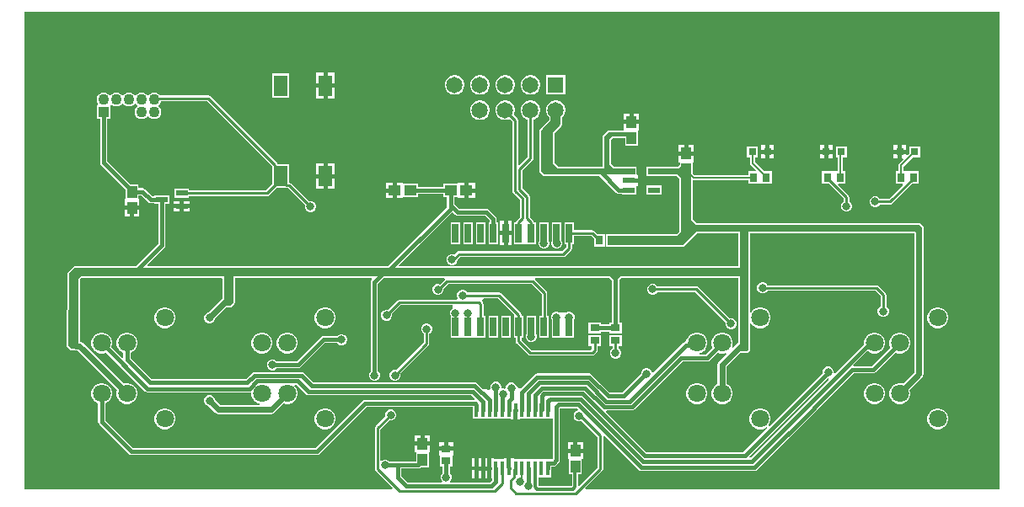
<source format=gtl>
G04*
G04 #@! TF.GenerationSoftware,Altium Limited,Altium Designer,21.9.1 (22)*
G04*
G04 Layer_Physical_Order=1*
G04 Layer_Color=255*
%FSLAX25Y25*%
%MOIN*%
G70*
G04*
G04 #@! TF.SameCoordinates,0F29A8BA-E8F9-4293-BDD9-90E20D7A2386*
G04*
G04*
G04 #@! TF.FilePolarity,Positive*
G04*
G01*
G75*
%ADD13C,0.01000*%
%ADD14R,0.02559X0.07579*%
%ADD15R,0.03985X0.04758*%
%ADD16R,0.04528X0.02165*%
%ADD17R,0.03150X0.03150*%
%ADD18R,0.01772X0.05807*%
%ADD19R,0.03740X0.03150*%
%ADD20R,0.03150X0.03740*%
%ADD21R,0.04724X0.02362*%
%ADD22R,0.04758X0.03985*%
%ADD23R,0.05512X0.08268*%
%ADD37C,0.02362*%
%ADD38C,0.01575*%
%ADD39C,0.03937*%
%ADD40C,0.01772*%
%ADD41C,0.01181*%
%ADD42C,0.00800*%
%ADD43C,0.07087*%
%ADD44R,0.06496X0.06496*%
%ADD45C,0.06496*%
%ADD46R,0.04331X0.04331*%
%ADD47C,0.04331*%
%ADD48C,0.03150*%
G36*
X389764Y3937D02*
X225862D01*
X225670Y4399D01*
X232486Y11215D01*
X232486Y11215D01*
X232729Y11579D01*
X232815Y12008D01*
X232815Y12008D01*
Y24911D01*
X233300Y25132D01*
X246933Y11500D01*
X247392Y11193D01*
X247933Y11085D01*
X292717D01*
X293258Y11193D01*
X293717Y11500D01*
X296965Y14748D01*
X296965Y14748D01*
X317240Y35023D01*
X317439Y35320D01*
X331885Y49766D01*
X339528D01*
X340069Y49874D01*
X340528Y50181D01*
X348393Y58046D01*
X348558Y57950D01*
X349612Y57668D01*
X350703D01*
X351757Y57950D01*
X352701Y58496D01*
X353473Y59267D01*
X354018Y60212D01*
X354301Y61265D01*
Y62357D01*
X354018Y63410D01*
X353473Y64355D01*
X352701Y65127D01*
X351757Y65672D01*
X350703Y65954D01*
X349612D01*
X348558Y65672D01*
X347613Y65127D01*
X346842Y64355D01*
X346297Y63410D01*
X346014Y62357D01*
Y61265D01*
X346297Y60212D01*
X346392Y60046D01*
X338942Y52596D01*
X331977D01*
X331769Y53096D01*
X337391Y58718D01*
X337613Y58496D01*
X338558Y57950D01*
X339612Y57668D01*
X340703D01*
X341757Y57950D01*
X342702Y58496D01*
X343473Y59267D01*
X344018Y60212D01*
X344301Y61265D01*
Y62357D01*
X344018Y63410D01*
X343473Y64355D01*
X342702Y65127D01*
X341757Y65672D01*
X340703Y65954D01*
X339612D01*
X338558Y65672D01*
X337613Y65127D01*
X336842Y64355D01*
X336297Y63410D01*
X336014Y62357D01*
Y61342D01*
X324471Y49799D01*
X323971Y50006D01*
Y50655D01*
X323640Y51454D01*
X323028Y52066D01*
X322229Y52397D01*
X321364D01*
X320565Y52066D01*
X319953Y51454D01*
X319622Y50655D01*
Y49969D01*
X298607Y28954D01*
X298237Y29267D01*
X298782Y30212D01*
X299065Y31266D01*
Y32357D01*
X298782Y33410D01*
X298237Y34355D01*
X297465Y35127D01*
X296520Y35672D01*
X295467Y35954D01*
X294376D01*
X293322Y35672D01*
X292377Y35127D01*
X291606Y34355D01*
X291060Y33410D01*
X290778Y32357D01*
Y31266D01*
X291060Y30212D01*
X291606Y29267D01*
X292377Y28496D01*
X293322Y27950D01*
X294376Y27668D01*
X295467D01*
X296520Y27950D01*
X297465Y28496D01*
X297778Y28125D01*
X288212Y18560D01*
X250026D01*
X233946Y34639D01*
X234137Y35101D01*
X244174D01*
X244716Y35209D01*
X245175Y35515D01*
X264150Y54491D01*
X274016D01*
X274557Y54599D01*
X275016Y54905D01*
X278156Y58046D01*
X278322Y57950D01*
X279376Y57668D01*
X280467D01*
X281419Y57923D01*
X281660Y57631D01*
X281713Y57509D01*
X278637Y54434D01*
X278243Y53845D01*
X278105Y53150D01*
Y45547D01*
X277377Y45127D01*
X276606Y44355D01*
X276060Y43410D01*
X275778Y42357D01*
Y41265D01*
X276060Y40212D01*
X276606Y39267D01*
X277377Y38496D01*
X278322Y37950D01*
X279376Y37668D01*
X280467D01*
X281521Y37950D01*
X282465Y38496D01*
X283237Y39267D01*
X283782Y40212D01*
X284065Y41265D01*
Y42357D01*
X283782Y43410D01*
X283237Y44355D01*
X282465Y45127D01*
X281737Y45547D01*
Y52397D01*
X287161Y57821D01*
X289742Y57821D01*
X290202Y58012D01*
X290712Y58522D01*
X290902Y58981D01*
Y69485D01*
X291403Y69619D01*
X291606Y69267D01*
X292377Y68496D01*
X293322Y67950D01*
X294376Y67668D01*
X295467D01*
X296520Y67950D01*
X297465Y68496D01*
X298237Y69267D01*
X298782Y70212D01*
X299065Y71266D01*
Y72356D01*
X298782Y73410D01*
X298237Y74355D01*
X297465Y75126D01*
X296520Y75672D01*
X295467Y75954D01*
X294376D01*
X293322Y75672D01*
X292377Y75126D01*
X291606Y74355D01*
X291403Y74003D01*
X290902Y74137D01*
Y105256D01*
X293799Y105256D01*
X355948Y105256D01*
X355948Y61207D01*
X355933Y61134D01*
Y50155D01*
X351515Y45737D01*
X350703Y45954D01*
X349612D01*
X348558Y45672D01*
X347613Y45127D01*
X346842Y44355D01*
X346297Y43410D01*
X346014Y42357D01*
Y41265D01*
X346297Y40212D01*
X346842Y39267D01*
X347613Y38496D01*
X348558Y37950D01*
X349612Y37668D01*
X350703D01*
X351757Y37950D01*
X352701Y38496D01*
X353473Y39267D01*
X354018Y40212D01*
X354301Y41265D01*
Y42357D01*
X354083Y43169D01*
X359033Y48119D01*
X359427Y48708D01*
X359565Y49403D01*
Y61134D01*
X359553Y61198D01*
X359553Y107632D01*
X359362Y108091D01*
X359357Y108097D01*
X359357Y108097D01*
X358333Y109121D01*
X357874Y109311D01*
X269954D01*
X268390Y110875D01*
X268390Y126151D01*
X268504Y126244D01*
X290247D01*
Y124794D01*
X293982D01*
X293982Y124791D01*
X295988D01*
X295990Y124794D01*
X299517D01*
Y129734D01*
X296610D01*
X292949Y133395D01*
Y135325D01*
X294104D01*
Y139675D01*
X289754D01*
Y135325D01*
X290910D01*
Y132972D01*
X290987Y132582D01*
X291208Y132252D01*
X293264Y130196D01*
X293073Y129734D01*
X290247D01*
Y128283D01*
X268926D01*
X268390Y128820D01*
Y128897D01*
X268340Y129016D01*
Y133341D01*
X268740D01*
Y135893D01*
X265748D01*
X262756D01*
Y133341D01*
X263156D01*
Y132283D01*
X262428Y131555D01*
X255915D01*
Y131604D01*
X249991D01*
Y131025D01*
X249941Y130905D01*
Y128543D01*
X249991Y128424D01*
Y128042D01*
X250234D01*
X250590Y127894D01*
X261936D01*
X263102Y126728D01*
X263070Y107136D01*
X263061Y106042D01*
X261901Y104882D01*
X238395D01*
Y104931D01*
X234046D01*
Y104352D01*
X233996Y104232D01*
Y100492D01*
X234046Y100373D01*
Y99990D01*
X234229D01*
X234261Y99958D01*
X234720Y99768D01*
X264197Y99768D01*
X264656Y99958D01*
X268187Y103490D01*
X268188Y103490D01*
X269954Y105256D01*
X286263D01*
X286263Y92130D01*
X152296Y92130D01*
X152105Y92592D01*
X173166Y113653D01*
X174334Y112484D01*
X174793Y112177D01*
X175334Y112070D01*
X186127D01*
X187936Y110260D01*
Y109653D01*
X187471D01*
Y100874D01*
X191230D01*
Y109653D01*
X190765D01*
Y110846D01*
X190657Y111388D01*
X190351Y111847D01*
X187713Y114485D01*
X187254Y114791D01*
X186713Y114899D01*
X175920D01*
X173888Y116932D01*
Y119553D01*
X175408D01*
Y119153D01*
X177960D01*
Y122146D01*
Y125138D01*
X175408D01*
Y124738D01*
X169494D01*
Y123560D01*
X159672D01*
Y124738D01*
X153758D01*
Y125138D01*
X151206D01*
Y122146D01*
Y119153D01*
X153758D01*
Y119553D01*
X159672D01*
Y120731D01*
X169494D01*
Y119553D01*
X171058D01*
Y115547D01*
X147642Y92130D01*
X86619Y92130D01*
X86614Y92132D01*
X83102D01*
X83098Y92130D01*
X52658D01*
X52467Y92592D01*
X59268Y99393D01*
X59575Y99852D01*
X59682Y100394D01*
Y116821D01*
X61132D01*
Y120187D01*
X55404D01*
Y119919D01*
X54525D01*
X51782Y122661D01*
X51323Y122968D01*
X50782Y123075D01*
X49049D01*
Y124640D01*
X45865D01*
X36690Y133814D01*
Y150384D01*
X38041D01*
Y155766D01*
X38500Y156015D01*
X38578Y155937D01*
X39208Y155573D01*
X39911Y155384D01*
X40640D01*
X41343Y155573D01*
X41974Y155937D01*
X42488Y156452D01*
X42526Y156516D01*
X43026D01*
X43063Y156452D01*
X43578Y155937D01*
X44208Y155573D01*
X44912Y155384D01*
X45640D01*
X46343Y155573D01*
X46974Y155937D01*
X47488Y156452D01*
X47526Y156516D01*
X48026D01*
X48063Y156452D01*
X48578Y155937D01*
X48642Y155900D01*
Y155400D01*
X48578Y155362D01*
X48063Y154848D01*
X47699Y154217D01*
X47510Y153514D01*
Y152786D01*
X47699Y152082D01*
X48063Y151452D01*
X48578Y150937D01*
X49208Y150573D01*
X49911Y150384D01*
X50640D01*
X51343Y150573D01*
X51974Y150937D01*
X52488Y151452D01*
X52526Y151516D01*
X53026D01*
X53063Y151452D01*
X53578Y150937D01*
X54208Y150573D01*
X54912Y150384D01*
X55640D01*
X56343Y150573D01*
X56974Y150937D01*
X57488Y151452D01*
X57853Y152082D01*
X58041Y152786D01*
Y153514D01*
X57853Y154217D01*
X57488Y154848D01*
X56974Y155362D01*
X56909Y155400D01*
Y155900D01*
X56974Y155937D01*
X57488Y156452D01*
X57853Y157082D01*
X57975Y157540D01*
X76307D01*
X101937Y131910D01*
Y130110D01*
X101937Y130110D01*
X101959Y130002D01*
Y124707D01*
X99437Y122185D01*
X69006D01*
Y122746D01*
X63278D01*
Y119380D01*
X69006D01*
Y119941D01*
X99901D01*
X99902Y119941D01*
X100331Y120027D01*
X100695Y120270D01*
X103545Y123120D01*
X107463D01*
X107571Y123099D01*
X107571Y123099D01*
X108189D01*
X114899Y116389D01*
X114853Y116279D01*
Y115414D01*
X115184Y114614D01*
X115796Y114003D01*
X116595Y113672D01*
X117460D01*
X118260Y114003D01*
X118871Y114614D01*
X119202Y115414D01*
Y116279D01*
X118871Y117078D01*
X118260Y117690D01*
X117460Y118021D01*
X116595D01*
X116485Y117975D01*
X109447Y125013D01*
X109083Y125257D01*
X108671Y125339D01*
Y132588D01*
X104138D01*
X104095Y132803D01*
X103852Y133167D01*
X103852Y133167D01*
X77565Y159455D01*
X77201Y159698D01*
X76772Y159783D01*
X76772Y159783D01*
X57526D01*
X57488Y159848D01*
X56974Y160362D01*
X56343Y160726D01*
X55640Y160915D01*
X54912D01*
X54208Y160726D01*
X53578Y160362D01*
X53063Y159848D01*
X53026Y159783D01*
X52526D01*
X52488Y159848D01*
X51974Y160362D01*
X51343Y160726D01*
X50640Y160915D01*
X49911D01*
X49208Y160726D01*
X48578Y160362D01*
X48063Y159848D01*
X48026Y159783D01*
X47526D01*
X47488Y159848D01*
X46974Y160362D01*
X46343Y160726D01*
X45640Y160915D01*
X44912D01*
X44208Y160726D01*
X43578Y160362D01*
X43063Y159848D01*
X43026Y159783D01*
X42526D01*
X42488Y159848D01*
X41974Y160362D01*
X41343Y160726D01*
X40640Y160915D01*
X39911D01*
X39208Y160726D01*
X38578Y160362D01*
X38063Y159848D01*
X38026Y159783D01*
X37526D01*
X37488Y159848D01*
X36974Y160362D01*
X36343Y160726D01*
X35640Y160915D01*
X34912D01*
X34208Y160726D01*
X33578Y160362D01*
X33063Y159848D01*
X32699Y159217D01*
X32510Y158514D01*
Y157785D01*
X32699Y157082D01*
X33063Y156452D01*
X33099Y156415D01*
X32892Y155915D01*
X32510D01*
Y150384D01*
X33861D01*
Y133228D01*
X33969Y132687D01*
X34275Y132228D01*
X43864Y122639D01*
Y118726D01*
X43464D01*
Y116174D01*
X46457D01*
X49449D01*
Y118726D01*
X49049D01*
Y120246D01*
X50196D01*
X52938Y117504D01*
X53397Y117197D01*
X53939Y117089D01*
X55404D01*
Y116821D01*
X56853D01*
Y100980D01*
X48004Y92130D01*
X41732D01*
X25201Y92131D01*
X25197Y92132D01*
X23618D01*
X23614Y92131D01*
X23613D01*
X23154Y91940D01*
X21194Y89981D01*
X21004Y89521D01*
Y88906D01*
X20719Y60597D01*
X20721Y60594D01*
X20719Y60591D01*
X20813Y60364D01*
X20905Y60136D01*
X20908Y60135D01*
X20910Y60132D01*
X22048Y58994D01*
X22507Y58803D01*
X24928D01*
X40562Y43169D01*
X40345Y42357D01*
Y41265D01*
X40627Y40212D01*
X41173Y39267D01*
X41944Y38496D01*
X42889Y37950D01*
X43943Y37668D01*
X45034D01*
X46087Y37950D01*
X47032Y38496D01*
X47804Y39267D01*
X48349Y40212D01*
X48632Y41265D01*
Y42357D01*
X48349Y43410D01*
X47804Y44355D01*
X47032Y45127D01*
X46087Y45672D01*
X45034Y45954D01*
X43943D01*
X43131Y45737D01*
X26953Y61914D01*
X26364Y62308D01*
X25846Y62411D01*
Y86890D01*
X26447Y87490D01*
X27136Y87490D01*
X42913Y87491D01*
X82044D01*
X82395Y87135D01*
X82294Y79507D01*
X76772Y73986D01*
X76733D01*
X75933Y73655D01*
X75322Y73043D01*
X74990Y72244D01*
Y71378D01*
X75322Y70579D01*
X75933Y69967D01*
X76733Y69636D01*
X77598D01*
X78397Y69967D01*
X79009Y70579D01*
X79340Y71378D01*
Y71418D01*
X83713Y75790D01*
X85235D01*
X85694Y75981D01*
X87073Y77360D01*
X87264Y77819D01*
Y87491D01*
X109449D01*
X109449Y87491D01*
X109449Y87491D01*
X112993Y87494D01*
X115746Y87496D01*
X117321Y87491D01*
X117322Y87491D01*
X117323Y87491D01*
X141136D01*
X141328Y87029D01*
X141224Y86926D01*
X140918Y86466D01*
X140810Y85925D01*
Y50533D01*
X140534Y50257D01*
X140203Y49458D01*
Y48593D01*
X140534Y47793D01*
X141146Y47181D01*
X141945Y46850D01*
X142810D01*
X143609Y47181D01*
X144221Y47793D01*
X144552Y48593D01*
Y49458D01*
X144221Y50257D01*
X143639Y50839D01*
Y85339D01*
X145791Y87491D01*
X170053D01*
X170210Y87088D01*
X170216Y86991D01*
X168249Y85023D01*
X167947Y85149D01*
X167081D01*
X166282Y84817D01*
X165670Y84206D01*
X165339Y83406D01*
Y82541D01*
X165670Y81742D01*
X166282Y81130D01*
X167081Y80799D01*
X167947D01*
X168746Y81130D01*
X169358Y81742D01*
X169689Y82541D01*
Y83291D01*
X171496Y85099D01*
X204654D01*
X208524Y81228D01*
Y72551D01*
X207471D01*
Y63772D01*
X211230D01*
Y72551D01*
X210767D01*
Y81693D01*
X210767Y81693D01*
X210682Y82122D01*
X210439Y82486D01*
X210439Y82486D01*
X205934Y86991D01*
X205940Y87088D01*
X206097Y87491D01*
X235314D01*
X236369Y86436D01*
Y69893D01*
X235314D01*
Y69133D01*
X231986D01*
Y69893D01*
X227046D01*
Y65544D01*
X231986D01*
Y66304D01*
X235314D01*
Y65544D01*
X240254D01*
Y69893D01*
X239198D01*
Y86614D01*
X239190Y86656D01*
X240025Y87491D01*
X286263Y87491D01*
X286263Y62059D01*
X284223Y60019D01*
X284101Y60072D01*
X283809Y60313D01*
X284065Y61265D01*
Y62357D01*
X283782Y63410D01*
X283237Y64355D01*
X282465Y65127D01*
X281521Y65672D01*
X280467Y65954D01*
X279376D01*
X278322Y65672D01*
X277377Y65127D01*
X276606Y64355D01*
X276060Y63410D01*
X275778Y62357D01*
Y61265D01*
X276060Y60212D01*
X276156Y60046D01*
X273430Y57320D01*
X271101D01*
X271035Y57820D01*
X271520Y57950D01*
X272465Y58496D01*
X273237Y59267D01*
X273782Y60212D01*
X274065Y61265D01*
Y62357D01*
X273782Y63410D01*
X273237Y64355D01*
X272465Y65127D01*
X271520Y65672D01*
X270467Y65954D01*
X269376D01*
X268322Y65672D01*
X267377Y65127D01*
X266606Y64355D01*
X266060Y63410D01*
X265787Y62388D01*
X265557D01*
X265015Y62281D01*
X264556Y61974D01*
X252637Y50054D01*
X252098Y50223D01*
X251844Y50838D01*
X251232Y51450D01*
X250433Y51781D01*
X249567D01*
X248768Y51450D01*
X248156Y50838D01*
X247825Y50039D01*
Y49826D01*
X240359Y42360D01*
X235452D01*
X228447Y49365D01*
X227988Y49672D01*
X227447Y49779D01*
X206734D01*
X206192Y49672D01*
X205733Y49365D01*
X200155Y43786D01*
X199655Y43793D01*
X198316Y45210D01*
X198300Y45247D01*
X197949Y45599D01*
X197679Y45884D01*
X197628D01*
X196889Y46190D01*
X196024D01*
X195225Y45859D01*
X194613Y45247D01*
X194282Y44448D01*
Y44026D01*
X193782Y43692D01*
X193715Y43720D01*
X193056D01*
X192823Y43765D01*
X192594Y44155D01*
Y44675D01*
X192263Y45475D01*
X191651Y46087D01*
X190852Y46418D01*
X189987D01*
X189187Y46087D01*
X188575Y45475D01*
X188244Y44675D01*
Y43810D01*
X188267Y43756D01*
X187733Y43378D01*
X186641Y43498D01*
X185387Y43566D01*
X183071Y45882D01*
X182612Y46189D01*
X182070Y46297D01*
X118110D01*
X114490Y49917D01*
X114031Y50223D01*
X113490Y50331D01*
X94931D01*
X94389Y50223D01*
X93931Y49917D01*
X91491Y47478D01*
X54365D01*
X45903Y55940D01*
Y57901D01*
X46087Y57950D01*
X47032Y58496D01*
X47804Y59267D01*
X48349Y60212D01*
X48632Y61265D01*
Y62357D01*
X48349Y63410D01*
X47804Y64355D01*
X47032Y65127D01*
X46087Y65672D01*
X45034Y65954D01*
X43943D01*
X42889Y65672D01*
X41944Y65127D01*
X41173Y64355D01*
X40627Y63410D01*
X40345Y62357D01*
Y61265D01*
X40627Y60212D01*
X41173Y59267D01*
X41944Y58496D01*
X42889Y57950D01*
X43074Y57901D01*
Y55933D01*
X42574Y55726D01*
X38254Y60046D01*
X38349Y60212D01*
X38631Y61265D01*
Y62357D01*
X38349Y63410D01*
X37804Y64355D01*
X37032Y65127D01*
X36087Y65672D01*
X35034Y65954D01*
X33943D01*
X32889Y65672D01*
X31944Y65127D01*
X31173Y64355D01*
X30627Y63410D01*
X30345Y62357D01*
Y61265D01*
X30627Y60212D01*
X31173Y59267D01*
X31944Y58496D01*
X32889Y57950D01*
X33943Y57668D01*
X35034D01*
X36087Y57950D01*
X36253Y58046D01*
X51598Y42700D01*
X52057Y42394D01*
X52598Y42286D01*
X92791D01*
X93239Y42375D01*
X93573Y42191D01*
X93731Y42059D01*
Y41265D01*
X94013Y40212D01*
X94559Y39267D01*
X95330Y38496D01*
X96275Y37950D01*
X97025Y37749D01*
X96959Y37249D01*
X81461D01*
X79340Y39370D01*
Y39409D01*
X79009Y40208D01*
X78397Y40820D01*
X77598Y41151D01*
X76733D01*
X75933Y40820D01*
X75322Y40208D01*
X74990Y39409D01*
Y38544D01*
X75322Y37745D01*
X75933Y37133D01*
X76733Y36802D01*
X76772D01*
X79425Y34149D01*
X80014Y33755D01*
X80709Y33617D01*
X101496D01*
X102191Y33755D01*
X102780Y34149D01*
X106517Y37885D01*
X107328Y37668D01*
X108420D01*
X109473Y37950D01*
X110418Y38496D01*
X111189Y39267D01*
X111735Y40212D01*
X112017Y41265D01*
Y42357D01*
X111735Y43410D01*
X111189Y44355D01*
X110717Y44827D01*
X110924Y45327D01*
X111516D01*
X115324Y41519D01*
X115783Y41213D01*
X116324Y41105D01*
X180771D01*
X182026Y39849D01*
X181819Y39349D01*
X138722D01*
X138181Y39242D01*
X137722Y38935D01*
X119099Y20312D01*
X46885Y20312D01*
X35903Y31295D01*
Y37901D01*
X36087Y37950D01*
X37032Y38496D01*
X37804Y39267D01*
X38349Y40212D01*
X38631Y41265D01*
Y42357D01*
X38349Y43410D01*
X37804Y44355D01*
X37032Y45127D01*
X36087Y45672D01*
X35034Y45954D01*
X33943D01*
X32889Y45672D01*
X31944Y45127D01*
X31173Y44355D01*
X30627Y43410D01*
X30345Y42357D01*
Y41265D01*
X30627Y40212D01*
X31173Y39267D01*
X31944Y38496D01*
X32889Y37950D01*
X33074Y37901D01*
Y30709D01*
X33181Y30167D01*
X33488Y29708D01*
X45299Y17897D01*
X45758Y17591D01*
X46299Y17483D01*
X119685Y17483D01*
X120226Y17591D01*
X120685Y17897D01*
X139308Y36520D01*
X181290D01*
Y31846D01*
X196244D01*
Y31446D01*
X197303D01*
Y35349D01*
X198957D01*
Y31446D01*
X200016D01*
Y31846D01*
X212411D01*
Y31846D01*
X212857Y31716D01*
Y16039D01*
X212565Y15746D01*
X211024D01*
X210887Y15719D01*
X197457D01*
Y16119D01*
X196398D01*
Y12216D01*
X194744D01*
Y16119D01*
X193685D01*
Y15719D01*
X189779D01*
Y16119D01*
X188721D01*
Y12216D01*
Y8312D01*
X188940D01*
Y7574D01*
X187997Y6631D01*
X172422D01*
X172215Y7131D01*
X172513Y7429D01*
X172844Y8229D01*
Y9094D01*
X172513Y9893D01*
X172133Y10273D01*
Y12885D01*
X173238D01*
X173238Y17164D01*
X173638Y17406D01*
X173638Y17476D01*
X173638Y17476D01*
Y19154D01*
X167898D01*
Y17476D01*
X167898Y17476D01*
Y17406D01*
X168298Y17164D01*
X168298Y16906D01*
Y12885D01*
X169304D01*
Y10372D01*
X168826Y9893D01*
X168494Y9094D01*
Y8229D01*
X168826Y7429D01*
X169124Y7131D01*
X168917Y6631D01*
X155507D01*
X152891Y9247D01*
Y12070D01*
X159646D01*
X160187Y12177D01*
X160646Y12484D01*
X160826Y12664D01*
X164010D01*
Y18577D01*
X164410D01*
Y21129D01*
X161417D01*
X158425D01*
Y18577D01*
X158825D01*
Y14899D01*
X151476D01*
X151476Y14899D01*
X148315D01*
X147886Y15328D01*
X147086Y15659D01*
X146221D01*
X145422Y15328D01*
X145224Y15130D01*
X144724Y15337D01*
Y27587D01*
X148276Y31139D01*
X148386Y31093D01*
X149251D01*
X150051Y31424D01*
X150663Y32036D01*
X150994Y32835D01*
Y33700D01*
X150663Y34500D01*
X150051Y35111D01*
X149251Y35443D01*
X148386D01*
X147587Y35111D01*
X146975Y34500D01*
X146644Y33700D01*
Y32835D01*
X146690Y32725D01*
X142809Y28844D01*
X142566Y28480D01*
X142481Y28051D01*
X142481Y28051D01*
Y11853D01*
X142481Y11853D01*
X142566Y11423D01*
X142809Y11060D01*
X149470Y4399D01*
X149278Y3937D01*
X3937D01*
Y192913D01*
X389764D01*
Y3937D01*
D02*
G37*
G36*
X264951Y131678D02*
X265039Y131135D01*
X265027Y131127D01*
X264806Y130796D01*
X264728Y130406D01*
Y128897D01*
X267740D01*
X267740Y110606D01*
X269685Y108661D01*
X357874D01*
X358898Y107638D01*
Y107638D01*
X358903Y107632D01*
X358903Y59055D01*
X356597D01*
X356597Y105559D01*
X356251Y105905D01*
X293799Y105905D01*
X290253Y105905D01*
Y58981D01*
X289742Y58471D01*
X286912Y58471D01*
X286912Y88140D01*
X239756Y88140D01*
X238559Y86943D01*
X237001Y86722D01*
X235583Y88140D01*
X117323D01*
X115748Y88146D01*
X112992Y88143D01*
X109449Y88140D01*
X86614D01*
Y77819D01*
X85235Y76440D01*
X82902D01*
X83058Y88140D01*
X42913D01*
X27136Y88140D01*
X26177Y88140D01*
X25197Y87159D01*
Y61483D01*
X25654Y61026D01*
X25197Y59453D01*
X22507D01*
X21369Y60591D01*
X21654Y88903D01*
Y89521D01*
X23613Y91481D01*
X23617D01*
X23618Y91483D01*
X25197D01*
Y91481D01*
X41732Y91481D01*
X83102D01*
X83102Y91483D01*
X86614D01*
Y91481D01*
X286912Y91481D01*
X286912Y105905D01*
X269685D01*
X267728Y103949D01*
X267728Y103949D01*
X267717Y103937D01*
X264197Y100418D01*
X234720Y100418D01*
X234646Y100492D01*
Y104232D01*
X262170D01*
X263717Y105779D01*
X263709Y105771D01*
X263720Y107133D01*
X263752Y127020D01*
X263734Y127014D01*
X262205Y128543D01*
X250590D01*
Y130905D01*
X262697D01*
X263791Y131999D01*
X264951Y131678D01*
D02*
G37*
G36*
X321825Y47859D02*
X322003Y47330D01*
X291154Y16481D01*
X290877Y16516D01*
X290696Y17042D01*
X321551Y47897D01*
X321825Y47859D01*
D02*
G37*
G36*
X222851Y35581D02*
X222682Y35043D01*
X222067Y34789D01*
X221455Y34177D01*
X221124Y33377D01*
Y32512D01*
X221455Y31713D01*
X222067Y31101D01*
X222867Y30770D01*
X223732D01*
X224229Y30976D01*
X230571Y24634D01*
Y12472D01*
X223422Y5323D01*
X222960Y5514D01*
Y9908D01*
X224443D01*
Y15822D01*
X224843D01*
Y18373D01*
X221850D01*
X218858D01*
Y15822D01*
X219258D01*
Y9908D01*
X220532D01*
Y5249D01*
X207256D01*
Y8712D01*
X212411D01*
Y12917D01*
X213151D01*
X213692Y13025D01*
X214151Y13331D01*
X215272Y14453D01*
X215579Y14911D01*
X215686Y15453D01*
Y35893D01*
X215780Y35987D01*
X222446D01*
X222851Y35581D01*
D02*
G37*
%LPC*%
G36*
X126787Y168815D02*
X123858D01*
Y164508D01*
X126787D01*
Y168815D01*
D02*
G37*
G36*
X122205D02*
X119276D01*
Y164508D01*
X122205D01*
Y168815D01*
D02*
G37*
G36*
X217943Y167785D02*
X210246D01*
Y160089D01*
X217943D01*
Y167785D01*
D02*
G37*
G36*
X204601D02*
X203588D01*
X202609Y167523D01*
X201732Y167016D01*
X201015Y166300D01*
X200509Y165422D01*
X200247Y164444D01*
Y163430D01*
X200509Y162452D01*
X201015Y161574D01*
X201732Y160858D01*
X202609Y160351D01*
X203588Y160089D01*
X204601D01*
X205580Y160351D01*
X206457Y160858D01*
X207174Y161574D01*
X207680Y162452D01*
X207943Y163430D01*
Y164444D01*
X207680Y165422D01*
X207174Y166300D01*
X206457Y167016D01*
X205580Y167523D01*
X204601Y167785D01*
D02*
G37*
G36*
X194601D02*
X193588D01*
X192609Y167523D01*
X191732Y167016D01*
X191015Y166300D01*
X190509Y165422D01*
X190246Y164444D01*
Y163430D01*
X190509Y162452D01*
X191015Y161574D01*
X191732Y160858D01*
X192609Y160351D01*
X193588Y160089D01*
X194601D01*
X195580Y160351D01*
X196457Y160858D01*
X197174Y161574D01*
X197680Y162452D01*
X197942Y163430D01*
Y164444D01*
X197680Y165422D01*
X197174Y166300D01*
X196457Y167016D01*
X195580Y167523D01*
X194601Y167785D01*
D02*
G37*
G36*
X184601D02*
X183588D01*
X182609Y167523D01*
X181732Y167016D01*
X181015Y166300D01*
X180509Y165422D01*
X180246Y164444D01*
Y163430D01*
X180509Y162452D01*
X181015Y161574D01*
X181732Y160858D01*
X182609Y160351D01*
X183588Y160089D01*
X184601D01*
X185580Y160351D01*
X186457Y160858D01*
X187174Y161574D01*
X187680Y162452D01*
X187943Y163430D01*
Y164444D01*
X187680Y165422D01*
X187174Y166300D01*
X186457Y167016D01*
X185580Y167523D01*
X184601Y167785D01*
D02*
G37*
G36*
X174601D02*
X173588D01*
X172609Y167523D01*
X171732Y167016D01*
X171015Y166300D01*
X170509Y165422D01*
X170247Y164444D01*
Y163430D01*
X170509Y162452D01*
X171015Y161574D01*
X171732Y160858D01*
X172609Y160351D01*
X173588Y160089D01*
X174601D01*
X175580Y160351D01*
X176457Y160858D01*
X177174Y161574D01*
X177680Y162452D01*
X177943Y163430D01*
Y164444D01*
X177680Y165422D01*
X177174Y166300D01*
X176457Y167016D01*
X175580Y167523D01*
X174601Y167785D01*
D02*
G37*
G36*
X108671Y168415D02*
X101959D01*
Y158947D01*
X108671D01*
Y168415D01*
D02*
G37*
G36*
X126787Y162854D02*
X123858D01*
Y158547D01*
X126787D01*
Y162854D01*
D02*
G37*
G36*
X122205D02*
X119276D01*
Y158547D01*
X122205D01*
Y162854D01*
D02*
G37*
G36*
X247087Y152697D02*
X244921D01*
Y150145D01*
X247087D01*
Y152697D01*
D02*
G37*
G36*
X243268D02*
X241102D01*
Y150145D01*
X243268D01*
Y152697D01*
D02*
G37*
G36*
X184601Y157785D02*
X183588D01*
X182609Y157523D01*
X181732Y157016D01*
X181015Y156300D01*
X180509Y155422D01*
X180246Y154444D01*
Y153430D01*
X180509Y152452D01*
X181015Y151574D01*
X181732Y150858D01*
X182609Y150351D01*
X183588Y150089D01*
X184601D01*
X185580Y150351D01*
X186457Y150858D01*
X187174Y151574D01*
X187680Y152452D01*
X187943Y153430D01*
Y154444D01*
X187680Y155422D01*
X187174Y156300D01*
X186457Y157016D01*
X185580Y157523D01*
X184601Y157785D01*
D02*
G37*
G36*
X214601D02*
X213588D01*
X212609Y157523D01*
X211732Y157016D01*
X211015Y156300D01*
X210509Y155422D01*
X210246Y154444D01*
Y153430D01*
X210509Y152452D01*
X211015Y151574D01*
X211504Y151086D01*
Y149931D01*
X209023Y147450D01*
X208939Y147415D01*
X207669Y146146D01*
X207669Y146145D01*
X207668Y146144D01*
X207574Y145915D01*
X207479Y145687D01*
X207480Y145686D01*
X207479Y145685D01*
X207523Y129863D01*
X207619Y129634D01*
X207713Y129406D01*
X209026Y128094D01*
X209275Y127990D01*
X209485Y127904D01*
X231379Y127896D01*
X238004Y121271D01*
X238495Y120943D01*
X239075Y120828D01*
X240148D01*
Y120561D01*
X246072D01*
Y123902D01*
X246472D01*
Y125256D01*
X243110D01*
Y126909D01*
X246472D01*
Y128264D01*
X246472D01*
X246118Y128764D01*
X246119Y130904D01*
X246119Y130905D01*
X246119Y130905D01*
X246072Y131017D01*
Y131604D01*
X240148D01*
Y131554D01*
X237265D01*
X236083Y132737D01*
X236083Y142245D01*
X236883Y143046D01*
X241502D01*
Y140026D01*
X246687D01*
Y143633D01*
X246712Y143695D01*
Y145276D01*
X246687Y145337D01*
Y145940D01*
X247087D01*
Y148492D01*
X244094D01*
X241102D01*
Y145940D01*
X240608Y145925D01*
X234951D01*
X234492Y145735D01*
X232912Y144154D01*
X232878Y144073D01*
X232808Y144019D01*
X232786Y143851D01*
X232721Y143695D01*
X232720Y131554D01*
X215230D01*
X213734Y133050D01*
Y144833D01*
X215926Y147026D01*
X216338Y147563D01*
X216597Y148187D01*
X216685Y148858D01*
Y151086D01*
X217174Y151574D01*
X217680Y152452D01*
X217943Y153430D01*
Y154444D01*
X217680Y155422D01*
X217174Y156300D01*
X216457Y157016D01*
X215580Y157523D01*
X214601Y157785D01*
D02*
G37*
G36*
X300409Y140075D02*
X298661D01*
Y138327D01*
X300409D01*
Y140075D01*
D02*
G37*
G36*
X297008D02*
X295260D01*
Y138327D01*
X297008D01*
Y140075D01*
D02*
G37*
G36*
X352772Y140075D02*
X351024D01*
Y138327D01*
X352772D01*
Y140075D01*
D02*
G37*
G36*
X349370D02*
X347622D01*
Y138327D01*
X349370D01*
Y140075D01*
D02*
G37*
G36*
X323638D02*
X321890D01*
Y138327D01*
X323638D01*
Y140075D01*
D02*
G37*
G36*
X320236D02*
X318488D01*
Y138327D01*
X320236D01*
Y140075D01*
D02*
G37*
G36*
X268740Y140099D02*
X266575D01*
Y137547D01*
X268740D01*
Y140099D01*
D02*
G37*
G36*
X264921D02*
X262756D01*
Y137547D01*
X264921D01*
Y140099D01*
D02*
G37*
G36*
X358277Y139675D02*
X353928D01*
Y136767D01*
X353234Y136073D01*
X352772Y136265D01*
Y136673D01*
X351024D01*
Y134925D01*
X351432D01*
X351624Y134463D01*
X349968Y132808D01*
X349747Y132477D01*
X349669Y132087D01*
Y129734D01*
X348514D01*
Y124794D01*
X351196D01*
X351387Y124332D01*
X345894Y118838D01*
X342342D01*
X342297Y118948D01*
X341685Y119560D01*
X340885Y119891D01*
X340020D01*
X339221Y119560D01*
X338609Y118948D01*
X338278Y118149D01*
Y117284D01*
X338609Y116485D01*
X339221Y115873D01*
X340020Y115542D01*
X340885D01*
X341685Y115873D01*
X342297Y116485D01*
X342342Y116595D01*
X346358D01*
X346358Y116595D01*
X346788Y116680D01*
X347151Y116923D01*
X355022Y124794D01*
X357785D01*
Y129734D01*
X353922D01*
Y129734D01*
X352358D01*
X352358Y129734D01*
X351709D01*
Y131664D01*
X355369Y135325D01*
X358277D01*
Y139675D01*
D02*
G37*
G36*
X300409Y136673D02*
X298661D01*
Y134925D01*
X300409D01*
Y136673D01*
D02*
G37*
G36*
X297008D02*
X295260D01*
Y134925D01*
X297008D01*
Y136673D01*
D02*
G37*
G36*
X349370Y136673D02*
X347622D01*
Y134925D01*
X349370D01*
Y136673D01*
D02*
G37*
G36*
X323638D02*
X321890D01*
Y134925D01*
X323638D01*
Y136673D01*
D02*
G37*
G36*
X320236D02*
X318488D01*
Y134925D01*
X320236D01*
Y136673D01*
D02*
G37*
G36*
X204601Y157785D02*
X203588D01*
X202609Y157523D01*
X201732Y157016D01*
X201015Y156300D01*
X200509Y155422D01*
X200247Y154444D01*
Y153430D01*
X200509Y152452D01*
X201015Y151574D01*
X201732Y150858D01*
X202609Y150351D01*
X202973Y150254D01*
Y135417D01*
X199654Y132099D01*
X199192Y132290D01*
Y149961D01*
X199192Y149961D01*
X199107Y150390D01*
X198864Y150754D01*
X197492Y152126D01*
X197680Y152452D01*
X197942Y153430D01*
Y154444D01*
X197680Y155422D01*
X197174Y156300D01*
X196457Y157016D01*
X195580Y157523D01*
X194601Y157785D01*
X193588D01*
X192609Y157523D01*
X191732Y157016D01*
X191015Y156300D01*
X190509Y155422D01*
X190246Y154444D01*
Y153430D01*
X190509Y152452D01*
X191015Y151574D01*
X191732Y150858D01*
X192609Y150351D01*
X193588Y150089D01*
X194601D01*
X195580Y150351D01*
X195906Y150540D01*
X196949Y149496D01*
Y122008D01*
X196949Y122008D01*
X197035Y121579D01*
X197278Y121215D01*
X199834Y118658D01*
Y111623D01*
X198557Y110346D01*
X198314Y109982D01*
X198249Y109653D01*
X197471D01*
Y100874D01*
X200831D01*
X200841Y100865D01*
Y100865D01*
X203006D01*
Y100874D01*
X206230D01*
Y109653D01*
X205452D01*
X205387Y109982D01*
X205143Y110346D01*
X205143Y110346D01*
X203877Y111612D01*
Y119586D01*
X203877Y119586D01*
X203792Y120015D01*
X203549Y120379D01*
X200792Y123135D01*
Y130065D01*
X204888Y134160D01*
X204888Y134160D01*
X205131Y134524D01*
X205216Y134953D01*
Y150254D01*
X205580Y150351D01*
X206457Y150858D01*
X207174Y151574D01*
X207680Y152452D01*
X207943Y153430D01*
Y154444D01*
X207680Y155422D01*
X207174Y156300D01*
X206457Y157016D01*
X205580Y157523D01*
X204601Y157785D01*
D02*
G37*
G36*
X329143Y139675D02*
X324794D01*
Y135325D01*
X325457D01*
Y129734D01*
X324302D01*
Y129727D01*
X323730D01*
Y129734D01*
X319380D01*
Y124794D01*
X322144D01*
X327914Y119024D01*
Y117834D01*
X327803Y117789D01*
X327192Y117177D01*
X326861Y116377D01*
Y115512D01*
X327192Y114713D01*
X327803Y114101D01*
X328603Y113770D01*
X329468D01*
X330267Y114101D01*
X330879Y114713D01*
X331210Y115512D01*
Y116377D01*
X330879Y117177D01*
X330267Y117789D01*
X330157Y117834D01*
Y119488D01*
X330157Y119488D01*
X330072Y119917D01*
X329829Y120281D01*
X329829Y120281D01*
X325778Y124332D01*
X325969Y124794D01*
X328651D01*
Y129734D01*
X327496D01*
Y135325D01*
X329143D01*
Y139675D01*
D02*
G37*
G36*
X126787Y132988D02*
X123858D01*
Y128681D01*
X126787D01*
Y132988D01*
D02*
G37*
G36*
X122205D02*
X119276D01*
Y128681D01*
X122205D01*
Y132988D01*
D02*
G37*
G36*
X182166Y125138D02*
X179614D01*
Y122972D01*
X182166D01*
Y125138D01*
D02*
G37*
G36*
X149552D02*
X147000D01*
Y122972D01*
X149552D01*
Y125138D01*
D02*
G37*
G36*
X126787Y127028D02*
X123858D01*
Y122721D01*
X126787D01*
Y127028D01*
D02*
G37*
G36*
X122205D02*
X119276D01*
Y122721D01*
X122205D01*
Y127028D01*
D02*
G37*
G36*
X255915Y124124D02*
X249991D01*
Y120561D01*
X255915D01*
Y124124D01*
D02*
G37*
G36*
X182166Y121319D02*
X179614D01*
Y119153D01*
X182166D01*
Y121319D01*
D02*
G37*
G36*
X149552D02*
X147000D01*
Y119153D01*
X149552D01*
Y121319D01*
D02*
G37*
G36*
X69406Y118027D02*
X66969D01*
Y116772D01*
X69406D01*
Y118027D01*
D02*
G37*
G36*
X65315D02*
X62878D01*
Y116772D01*
X65315D01*
Y118027D01*
D02*
G37*
G36*
X69406Y115118D02*
X66969D01*
Y113862D01*
X69406D01*
Y115118D01*
D02*
G37*
G36*
X65315D02*
X62878D01*
Y113862D01*
X65315D01*
Y115118D01*
D02*
G37*
G36*
X49449Y114520D02*
X47284D01*
Y111968D01*
X49449D01*
Y114520D01*
D02*
G37*
G36*
X45630D02*
X43464D01*
Y111968D01*
X45630D01*
Y114520D01*
D02*
G37*
G36*
X196630Y110053D02*
X195177D01*
Y106091D01*
X196630D01*
Y110053D01*
D02*
G37*
G36*
X193524D02*
X192071D01*
Y106091D01*
X193524D01*
Y110053D01*
D02*
G37*
G36*
X186230Y109653D02*
X182471D01*
Y100874D01*
X186230D01*
Y109653D01*
D02*
G37*
G36*
X181230D02*
X177471D01*
Y100874D01*
X181230D01*
Y109653D01*
D02*
G37*
G36*
X176230D02*
X172471D01*
Y100874D01*
X176230D01*
Y109653D01*
D02*
G37*
G36*
X196630Y104437D02*
X195177D01*
Y100474D01*
X196630D01*
Y104437D01*
D02*
G37*
G36*
X193524D02*
X192071D01*
Y100474D01*
X193524D01*
Y104437D01*
D02*
G37*
G36*
X221230Y109653D02*
X217471D01*
Y100874D01*
X218229D01*
Y99736D01*
X216640Y98147D01*
X175814D01*
X175814Y98147D01*
X175384Y98062D01*
X175021Y97819D01*
X175021Y97819D01*
X174025Y96823D01*
X173503Y97039D01*
X172638D01*
X171839Y96708D01*
X171227Y96096D01*
X170896Y95297D01*
Y94432D01*
X171227Y93633D01*
X171839Y93021D01*
X172638Y92690D01*
X173503D01*
X174303Y93021D01*
X174915Y93633D01*
X175246Y94432D01*
Y94872D01*
X176278Y95904D01*
X217104D01*
X217104Y95904D01*
X217534Y95990D01*
X217898Y96233D01*
X220143Y98479D01*
X220144Y98479D01*
X220387Y98843D01*
X220472Y99272D01*
Y100874D01*
X221230D01*
Y104142D01*
X228031D01*
X229124Y103049D01*
Y99990D01*
X233474D01*
Y104931D01*
X230415D01*
X229289Y106057D01*
X228925Y106300D01*
X228496Y106385D01*
X228496Y106385D01*
X221230D01*
Y109653D01*
D02*
G37*
G36*
X216230D02*
X212471D01*
Y102140D01*
X212294Y101712D01*
Y100847D01*
X212625Y100048D01*
X213237Y99436D01*
X214036Y99105D01*
X214901D01*
X215700Y99436D01*
X216312Y100048D01*
X216643Y100847D01*
Y101712D01*
X216312Y102512D01*
X216230Y102594D01*
Y109653D01*
D02*
G37*
G36*
X211230D02*
X207471D01*
Y102187D01*
X207274Y101712D01*
Y100847D01*
X207605Y100048D01*
X208217Y99436D01*
X209016Y99105D01*
X209881D01*
X210681Y99436D01*
X211293Y100048D01*
X211624Y100847D01*
Y101712D01*
X211293Y102512D01*
X211230Y102574D01*
Y109653D01*
D02*
G37*
G36*
X219773Y74135D02*
X218908D01*
X218109Y73804D01*
X217921Y73616D01*
X217385Y73788D01*
X217378Y73830D01*
X216139D01*
X216139Y73830D01*
Y73830D01*
X215698Y73679D01*
X215573Y73804D01*
X214773Y74135D01*
X213908D01*
X213109Y73804D01*
X212497Y73193D01*
X212166Y72393D01*
Y71528D01*
X212471Y70791D01*
Y63772D01*
X215825D01*
X215825Y63770D01*
X216230Y63772D01*
Y63772D01*
X216325Y63773D01*
X216325Y63773D01*
X217465Y63778D01*
X217471Y63772D01*
Y63772D01*
X221230D01*
Y70839D01*
X221515Y71528D01*
Y72393D01*
X221184Y73193D01*
X220572Y73804D01*
X219773Y74135D01*
D02*
G37*
G36*
X296332Y85738D02*
X295467D01*
X294668Y85407D01*
X294056Y84795D01*
X293725Y83996D01*
Y83130D01*
X294056Y82331D01*
X294668Y81719D01*
X295467Y81388D01*
X296332D01*
X297131Y81719D01*
X297743Y82331D01*
X297789Y82441D01*
X340539D01*
X342579Y80402D01*
Y76239D01*
X342389Y76160D01*
X341778Y75548D01*
X341446Y74749D01*
Y73884D01*
X341778Y73085D01*
X342389Y72473D01*
X343189Y72142D01*
X344054D01*
X344853Y72473D01*
X345465Y73085D01*
X345796Y73884D01*
Y74749D01*
X345465Y75548D01*
X344853Y76160D01*
X344822Y76173D01*
Y80866D01*
X344822Y80866D01*
X344737Y81295D01*
X344494Y81659D01*
X344494Y81659D01*
X341797Y84356D01*
X341433Y84599D01*
X341004Y84685D01*
X341004Y84685D01*
X297789D01*
X297743Y84795D01*
X297131Y85407D01*
X296332Y85738D01*
D02*
G37*
G36*
X365703Y75954D02*
X364612D01*
X363558Y75672D01*
X362613Y75126D01*
X361842Y74355D01*
X361297Y73410D01*
X361014Y72356D01*
Y71266D01*
X361297Y70212D01*
X361842Y69267D01*
X362613Y68496D01*
X363558Y67950D01*
X364612Y67668D01*
X365703D01*
X366757Y67950D01*
X367702Y68496D01*
X368473Y69267D01*
X369018Y70212D01*
X369301Y71266D01*
Y72356D01*
X369018Y73410D01*
X368473Y74355D01*
X367702Y75126D01*
X366757Y75672D01*
X365703Y75954D01*
D02*
G37*
G36*
X123419D02*
X122328D01*
X121275Y75672D01*
X120330Y75126D01*
X119559Y74355D01*
X119013Y73410D01*
X118731Y72356D01*
Y71266D01*
X119013Y70212D01*
X119559Y69267D01*
X120330Y68496D01*
X121275Y67950D01*
X122328Y67668D01*
X123419D01*
X124473Y67950D01*
X125418Y68496D01*
X126189Y69267D01*
X126735Y70212D01*
X127017Y71266D01*
Y72356D01*
X126735Y73410D01*
X126189Y74355D01*
X125418Y75126D01*
X124473Y75672D01*
X123419Y75954D01*
D02*
G37*
G36*
X60034D02*
X58943D01*
X57889Y75672D01*
X56944Y75126D01*
X56173Y74355D01*
X55627Y73410D01*
X55345Y72356D01*
Y71266D01*
X55627Y70212D01*
X56173Y69267D01*
X56944Y68496D01*
X57889Y67950D01*
X58943Y67668D01*
X60034D01*
X61087Y67950D01*
X62032Y68496D01*
X62804Y69267D01*
X63349Y70212D01*
X63631Y71266D01*
Y72356D01*
X63349Y73410D01*
X62804Y74355D01*
X62032Y75126D01*
X61087Y75672D01*
X60034Y75954D01*
D02*
G37*
G36*
X252795Y85246D02*
X251930D01*
X251130Y84915D01*
X250518Y84303D01*
X250187Y83504D01*
Y82638D01*
X250518Y81839D01*
X251130Y81227D01*
X251930Y80896D01*
X252795D01*
X253594Y81227D01*
X254206Y81839D01*
X254252Y81949D01*
X269235D01*
X281270Y69914D01*
X281254Y69873D01*
Y69008D01*
X281585Y68209D01*
X282197Y67597D01*
X282996Y67266D01*
X283861D01*
X284661Y67597D01*
X285272Y68209D01*
X285603Y69008D01*
Y69873D01*
X285272Y70673D01*
X284661Y71285D01*
X283861Y71616D01*
X282996D01*
X282815Y71541D01*
X270492Y83864D01*
X270128Y84107D01*
X269699Y84192D01*
X269699Y84192D01*
X254252D01*
X254206Y84303D01*
X253594Y84915D01*
X252795Y85246D01*
D02*
G37*
G36*
X196230Y72551D02*
X192471D01*
Y63772D01*
X196230D01*
Y72551D01*
D02*
G37*
G36*
X191230D02*
X187471D01*
Y63772D01*
X191230D01*
Y72551D01*
D02*
G37*
G36*
X206230D02*
X202471D01*
Y65517D01*
X202176Y64805D01*
Y63939D01*
X202507Y63140D01*
X203118Y62528D01*
X203918Y62197D01*
X204783D01*
X205582Y62528D01*
X206194Y63140D01*
X206525Y63939D01*
Y64805D01*
X206230Y65517D01*
Y72551D01*
D02*
G37*
G36*
X129763Y65364D02*
X128898D01*
X128099Y65033D01*
X127670Y64604D01*
X122195D01*
X121654Y64496D01*
X121195Y64189D01*
X111570Y54564D01*
X103746D01*
X103317Y54993D01*
X102518Y55324D01*
X101653D01*
X100853Y54993D01*
X100241Y54382D01*
X99910Y53582D01*
Y52717D01*
X100241Y51918D01*
X100853Y51306D01*
X101653Y50975D01*
X102518D01*
X103317Y51306D01*
X103746Y51735D01*
X112156D01*
X112697Y51843D01*
X113156Y52149D01*
X122781Y61774D01*
X127670D01*
X128099Y61345D01*
X128898Y61014D01*
X129763D01*
X130563Y61345D01*
X131174Y61957D01*
X131506Y62756D01*
Y63622D01*
X131174Y64421D01*
X130563Y65033D01*
X129763Y65364D01*
D02*
G37*
G36*
X108420Y65954D02*
X107328D01*
X106275Y65672D01*
X105330Y65127D01*
X104559Y64355D01*
X104013Y63410D01*
X103731Y62357D01*
Y61265D01*
X104013Y60212D01*
X104559Y59267D01*
X105330Y58496D01*
X106275Y57950D01*
X107328Y57668D01*
X108420D01*
X109473Y57950D01*
X110418Y58496D01*
X111189Y59267D01*
X111735Y60212D01*
X112017Y61265D01*
Y62357D01*
X111735Y63410D01*
X111189Y64355D01*
X110418Y65127D01*
X109473Y65672D01*
X108420Y65954D01*
D02*
G37*
G36*
X98419D02*
X97329D01*
X96275Y65672D01*
X95330Y65127D01*
X94559Y64355D01*
X94013Y63410D01*
X93731Y62357D01*
Y61265D01*
X94013Y60212D01*
X94559Y59267D01*
X95330Y58496D01*
X96275Y57950D01*
X97329Y57668D01*
X98419D01*
X99473Y57950D01*
X100418Y58496D01*
X101189Y59267D01*
X101735Y60212D01*
X102017Y61265D01*
Y62357D01*
X101735Y63410D01*
X101189Y64355D01*
X100418Y65127D01*
X99473Y65672D01*
X98419Y65954D01*
D02*
G37*
G36*
X177714Y82735D02*
X176849D01*
X176049Y82404D01*
X175438Y81792D01*
X175107Y80993D01*
Y80128D01*
X175364Y79507D01*
X175106Y79007D01*
X152295D01*
X152295Y79007D01*
X151866Y78922D01*
X151502Y78679D01*
X151502Y78679D01*
X147787Y74964D01*
X147677Y75010D01*
X146811D01*
X146012Y74678D01*
X145400Y74067D01*
X145069Y73267D01*
Y72402D01*
X145400Y71603D01*
X146012Y70991D01*
X146811Y70660D01*
X147677D01*
X148476Y70991D01*
X149088Y71603D01*
X149419Y72402D01*
Y73267D01*
X149373Y73378D01*
X152760Y76764D01*
X173434D01*
Y75572D01*
X173178Y75466D01*
X172566Y74854D01*
X172235Y74055D01*
Y73189D01*
X172488Y72577D01*
X172471Y72551D01*
X172471D01*
Y63772D01*
X176230D01*
Y63791D01*
X177471D01*
Y63772D01*
X181230D01*
Y63773D01*
X182471D01*
Y63772D01*
X186230D01*
Y72551D01*
X185472D01*
Y77269D01*
X185387Y77698D01*
X185143Y78062D01*
X185143Y78062D01*
X184633Y78572D01*
X185608Y79546D01*
X185608Y79546D01*
X185608Y79546D01*
X186075Y79578D01*
X191182D01*
X197747Y73013D01*
X197556Y72551D01*
X197471D01*
Y63772D01*
X198229D01*
Y62461D01*
X198229Y62461D01*
X198314Y62032D01*
X198557Y61668D01*
X203144Y57081D01*
X203144Y57081D01*
X203508Y56838D01*
X203937Y56753D01*
X228459D01*
X228459Y56753D01*
X228888Y56838D01*
X229252Y57081D01*
X230309Y58138D01*
X230309Y58138D01*
X230552Y58502D01*
X230638Y58931D01*
Y60622D01*
X231986D01*
Y64972D01*
X227046D01*
Y60622D01*
X228395D01*
Y59396D01*
X227994Y58996D01*
X204402D01*
X200472Y62925D01*
Y63772D01*
X201230D01*
Y72551D01*
X200472D01*
Y72995D01*
X200387Y73425D01*
X200144Y73788D01*
X200143Y73788D01*
X192439Y81493D01*
X192075Y81736D01*
X191646Y81821D01*
X191646Y81821D01*
X179096D01*
X178513Y82404D01*
X177714Y82735D01*
D02*
G37*
G36*
X240254Y64972D02*
X235314D01*
Y60622D01*
X236662D01*
Y59763D01*
X236552Y59718D01*
X235940Y59106D01*
X235609Y58307D01*
Y57441D01*
X235940Y56642D01*
X236552Y56030D01*
X237351Y55699D01*
X238216D01*
X239016Y56030D01*
X239628Y56642D01*
X239959Y57441D01*
Y58307D01*
X239628Y59106D01*
X239016Y59718D01*
X238905Y59763D01*
Y60622D01*
X240254D01*
Y64972D01*
D02*
G37*
G36*
X163425Y69498D02*
X162559D01*
X161760Y69166D01*
X161148Y68555D01*
X160817Y67755D01*
Y66890D01*
X161148Y66091D01*
X161760Y65479D01*
X161871Y65433D01*
Y62021D01*
X151004Y51154D01*
X150893Y51200D01*
X150028D01*
X149229Y50869D01*
X148617Y50257D01*
X148286Y49458D01*
Y48593D01*
X148617Y47793D01*
X149229Y47181D01*
X150028Y46850D01*
X150893D01*
X151693Y47181D01*
X152304Y47793D01*
X152636Y48593D01*
Y49458D01*
X152590Y49568D01*
X163785Y60764D01*
X164028Y61127D01*
X164114Y61557D01*
X164114Y61557D01*
Y65433D01*
X164224Y65479D01*
X164836Y66091D01*
X165167Y66890D01*
Y67755D01*
X164836Y68555D01*
X164224Y69166D01*
X163425Y69498D01*
D02*
G37*
G36*
X340703Y45954D02*
X339612D01*
X338558Y45672D01*
X337613Y45127D01*
X336842Y44355D01*
X336297Y43410D01*
X336014Y42357D01*
Y41265D01*
X336297Y40212D01*
X336842Y39267D01*
X337613Y38496D01*
X338558Y37950D01*
X339612Y37668D01*
X340703D01*
X341757Y37950D01*
X342702Y38496D01*
X343473Y39267D01*
X344018Y40212D01*
X344301Y41265D01*
Y42357D01*
X344018Y43410D01*
X343473Y44355D01*
X342702Y45127D01*
X341757Y45672D01*
X340703Y45954D01*
D02*
G37*
G36*
X270467D02*
X269376D01*
X268322Y45672D01*
X267377Y45127D01*
X266606Y44355D01*
X266060Y43410D01*
X265778Y42357D01*
Y41265D01*
X266060Y40212D01*
X266606Y39267D01*
X267377Y38496D01*
X268322Y37950D01*
X269376Y37668D01*
X270467D01*
X271520Y37950D01*
X272465Y38496D01*
X273237Y39267D01*
X273782Y40212D01*
X274065Y41265D01*
Y42357D01*
X273782Y43410D01*
X273237Y44355D01*
X272465Y45127D01*
X271520Y45672D01*
X270467Y45954D01*
D02*
G37*
G36*
X365703Y35954D02*
X364612D01*
X363558Y35672D01*
X362613Y35127D01*
X361842Y34355D01*
X361297Y33410D01*
X361014Y32357D01*
Y31266D01*
X361297Y30212D01*
X361842Y29267D01*
X362613Y28496D01*
X363558Y27950D01*
X364612Y27668D01*
X365703D01*
X366757Y27950D01*
X367702Y28496D01*
X368473Y29267D01*
X369018Y30212D01*
X369301Y31266D01*
Y32357D01*
X369018Y33410D01*
X368473Y34355D01*
X367702Y35127D01*
X366757Y35672D01*
X365703Y35954D01*
D02*
G37*
G36*
X123419D02*
X122328D01*
X121275Y35672D01*
X120330Y35127D01*
X119559Y34355D01*
X119013Y33410D01*
X118731Y32357D01*
Y31266D01*
X119013Y30212D01*
X119559Y29267D01*
X120330Y28496D01*
X121275Y27950D01*
X122328Y27668D01*
X123419D01*
X124473Y27950D01*
X125418Y28496D01*
X126189Y29267D01*
X126735Y30212D01*
X127017Y31266D01*
Y32357D01*
X126735Y33410D01*
X126189Y34355D01*
X125418Y35127D01*
X124473Y35672D01*
X123419Y35954D01*
D02*
G37*
G36*
X60034D02*
X58943D01*
X57889Y35672D01*
X56944Y35127D01*
X56173Y34355D01*
X55627Y33410D01*
X55345Y32357D01*
Y31266D01*
X55627Y30212D01*
X56173Y29267D01*
X56944Y28496D01*
X57889Y27950D01*
X58943Y27668D01*
X60034D01*
X61087Y27950D01*
X62032Y28496D01*
X62804Y29267D01*
X63349Y30212D01*
X63631Y31266D01*
Y32357D01*
X63349Y33410D01*
X62804Y34355D01*
X62032Y35127D01*
X61087Y35672D01*
X60034Y35954D01*
D02*
G37*
G36*
X164410Y25335D02*
X162244D01*
Y22783D01*
X164410D01*
Y25335D01*
D02*
G37*
G36*
X160591D02*
X158425D01*
Y22783D01*
X160591D01*
Y25335D01*
D02*
G37*
G36*
X173638Y22555D02*
X171595D01*
Y20807D01*
X173638D01*
Y22555D01*
D02*
G37*
G36*
X169941D02*
X167898D01*
Y20807D01*
X169941D01*
Y22555D01*
D02*
G37*
G36*
X181949Y16119D02*
X180890D01*
Y13042D01*
X181949D01*
Y16119D01*
D02*
G37*
G36*
X187067D02*
X186161D01*
Y12216D01*
Y8312D01*
X187067D01*
Y12216D01*
Y16119D01*
D02*
G37*
G36*
X184508D02*
X183602D01*
Y12216D01*
Y8312D01*
X184508D01*
Y12216D01*
Y16119D01*
D02*
G37*
G36*
X181949Y11389D02*
X180890D01*
Y8312D01*
X181949D01*
Y11389D01*
D02*
G37*
%LPD*%
G36*
X213084Y132781D02*
X214961Y130905D01*
X233369D01*
X233371Y143695D01*
X234951Y145276D01*
X246063D01*
Y143695D01*
X236614D01*
X235433Y142514D01*
X235433Y132468D01*
X236996Y130905D01*
X245469D01*
X245468Y128540D01*
X209485Y128553D01*
X208172Y129865D01*
X208129Y145687D01*
X209398Y146956D01*
X212172D01*
X213084Y147900D01*
Y132781D01*
D02*
G37*
%LPC*%
G36*
X224843Y22579D02*
X222677D01*
Y20027D01*
X224843D01*
Y22579D01*
D02*
G37*
G36*
X221024D02*
X218858D01*
Y20027D01*
X221024D01*
Y22579D01*
D02*
G37*
%LPD*%
D13*
X199350Y62461D02*
Y68161D01*
X177421Y80700D02*
X191646D01*
X199350Y72995D01*
Y68161D02*
Y72995D01*
X252362Y83071D02*
X269699D01*
X283465Y69305D01*
X343701Y74317D02*
Y80866D01*
X341004Y83563D02*
X343701Y80866D01*
X295900Y83563D02*
X341004D01*
X147244Y72835D02*
X152295Y77886D01*
X183733D01*
X150461Y49025D02*
X162992Y61557D01*
Y67323D01*
X198071Y122008D02*
X200956Y119123D01*
X199671Y122671D02*
Y130529D01*
X198071Y122008D02*
Y149961D01*
X194095Y153937D02*
X198071Y149961D01*
X199671Y130529D02*
X204095Y134953D01*
X199671Y122671D02*
X202756Y119586D01*
X200956Y111159D02*
Y119123D01*
X202756Y111148D02*
Y119586D01*
X204095Y134953D02*
Y153937D01*
X55276Y158150D02*
X55787Y158661D01*
X76772D02*
X103059Y132374D01*
X55787Y158661D02*
X76772D01*
X175814Y97026D02*
X217104D01*
X173653Y94865D02*
X175814Y97026D01*
X217104D02*
X219350Y99272D01*
X173071Y94865D02*
X173653D01*
X103059Y130110D02*
Y132374D01*
Y130110D02*
X105315Y127854D01*
X229516Y58931D02*
Y62797D01*
X203937Y57874D02*
X228459D01*
X229516Y58931D01*
X199350Y62461D02*
X203937Y57874D01*
X183733Y77886D02*
X184350Y77269D01*
X171032Y86221D02*
X205118D01*
X209646Y68457D02*
Y81693D01*
X205118Y86221D02*
X209646Y81693D01*
X219350Y99272D02*
Y105264D01*
X167785Y82974D02*
X171032Y86221D01*
X237784Y57874D02*
Y62797D01*
X184350Y68161D02*
Y77269D01*
X167514Y82974D02*
X167785D01*
X204350Y64372D02*
Y68161D01*
X179341Y68171D02*
Y73612D01*
Y68171D02*
X179350Y68161D01*
X174380Y68191D02*
Y73593D01*
X177281Y80560D02*
X177421Y80700D01*
X174380Y73593D02*
X174409Y73622D01*
X204350Y68161D02*
X204357Y68155D01*
X209350Y68161D02*
X209646Y68457D01*
X174350Y68161D02*
X174380Y68191D01*
X179331Y73622D02*
X179341Y73612D01*
X204350Y105264D02*
Y109553D01*
X202756Y111148D02*
X204350Y109553D01*
X199350Y105264D02*
Y109553D01*
X200956Y111159D01*
X152138Y3317D02*
X190030D01*
X143602Y11853D02*
Y28051D01*
Y11853D02*
X152138Y3317D01*
X190030D02*
X193012Y6299D01*
X221850Y2165D02*
X231693Y12008D01*
X223847Y32945D02*
X231693Y25098D01*
Y12008D02*
Y25098D01*
X198420Y2165D02*
X221850D01*
X196161Y7185D02*
X197744Y8768D01*
X196161Y4424D02*
Y7185D01*
Y4424D02*
X198420Y2165D01*
X197744Y11830D02*
X198130Y12216D01*
X197744Y8768D02*
Y11830D01*
X193012Y6299D02*
Y12216D01*
X340453Y117717D02*
X346358D01*
X355610Y126969D01*
Y127264D01*
X321555Y126969D02*
X329035Y119488D01*
X321555Y126969D02*
Y127264D01*
X329035Y115945D02*
Y119488D01*
X223299Y32945D02*
X223847D01*
X143602Y28051D02*
X148819Y33268D01*
X105856Y125935D02*
X107571Y124221D01*
X108653D02*
X117028Y115847D01*
X107571Y124221D02*
X108653D01*
X219350Y105264D02*
X228496D01*
X231299Y102461D02*
Y102756D01*
X230224Y103831D02*
X231299Y102756D01*
X229929Y103831D02*
X230224D01*
X228496Y105264D02*
X229929Y103831D01*
X99902Y121063D02*
X105315Y126476D01*
X66142Y121063D02*
X99902D01*
D14*
X174350Y105264D02*
D03*
X179350D02*
D03*
X184350D02*
D03*
X189350D02*
D03*
X194350D02*
D03*
X199350D02*
D03*
X204350D02*
D03*
X209350D02*
D03*
X214350D02*
D03*
X219350D02*
D03*
Y68161D02*
D03*
X214350D02*
D03*
X209350D02*
D03*
X204350D02*
D03*
X199350D02*
D03*
X194350D02*
D03*
X189350D02*
D03*
X184350D02*
D03*
X179350D02*
D03*
X174350D02*
D03*
D15*
X46457Y121661D02*
D03*
Y115347D02*
D03*
X161417Y21956D02*
D03*
Y15642D02*
D03*
X265748Y130406D02*
D03*
Y136720D02*
D03*
X244094Y143005D02*
D03*
Y149318D02*
D03*
X221850Y12886D02*
D03*
Y19200D02*
D03*
D16*
X58268Y118504D02*
D03*
X66142Y121063D02*
D03*
Y115945D02*
D03*
D17*
X297835Y137500D02*
D03*
X291929D02*
D03*
X356102Y137500D02*
D03*
X350197D02*
D03*
X326969D02*
D03*
X321063D02*
D03*
D18*
X182776Y12216D02*
D03*
X185335D02*
D03*
X187894D02*
D03*
X190453D02*
D03*
X193012D02*
D03*
X195571D02*
D03*
X198130D02*
D03*
X200689D02*
D03*
X203248D02*
D03*
X205807D02*
D03*
X208366D02*
D03*
X210925D02*
D03*
Y35349D02*
D03*
X208366D02*
D03*
X205807D02*
D03*
X203248D02*
D03*
X200689D02*
D03*
X198130D02*
D03*
X195571D02*
D03*
X193012D02*
D03*
X190453D02*
D03*
X187894D02*
D03*
X185335D02*
D03*
X182776D02*
D03*
D19*
X170768Y15059D02*
D03*
Y19981D02*
D03*
X229516Y67718D02*
D03*
Y62797D02*
D03*
X237784Y67718D02*
D03*
Y62797D02*
D03*
D20*
X350689Y127264D02*
D03*
X355610D02*
D03*
X326476D02*
D03*
X321555D02*
D03*
X297342D02*
D03*
X292421D02*
D03*
X236221Y102461D02*
D03*
X231299D02*
D03*
D21*
X243110Y129823D02*
D03*
Y126083D02*
D03*
Y122343D02*
D03*
X252953D02*
D03*
Y129823D02*
D03*
D22*
X172473Y122146D02*
D03*
X178787D02*
D03*
X150379D02*
D03*
X156693D02*
D03*
D23*
X123031Y127854D02*
D03*
Y163681D02*
D03*
X105315Y127854D02*
D03*
Y163681D02*
D03*
D37*
X357749Y49403D02*
Y61134D01*
X350157Y41811D02*
X357749Y49403D01*
X24409Y60630D02*
X25669D01*
X44488Y41811D01*
X77165Y38976D02*
X80709Y35433D01*
X101496D02*
X107874Y41811D01*
X80709Y35433D02*
X101496D01*
X279921Y53150D02*
X288583Y61811D01*
X279921Y41811D02*
Y53150D01*
X77165Y71811D02*
X84095Y78740D01*
D38*
X288798Y17145D02*
X321876Y50222D01*
X249440Y17145D02*
X288798D01*
X338484Y61811D02*
X340158D01*
X339528Y51181D02*
X350157Y61811D01*
X331299Y51181D02*
X339528D01*
X265557Y60974D02*
X269084D01*
X243273Y38691D02*
X265557Y60974D01*
X269084D02*
X269921Y61811D01*
X234045Y38691D02*
X243273D01*
X240945Y40945D02*
X249606Y49606D01*
X250000D01*
X227447Y48365D02*
X234866Y40945D01*
X240945D01*
X233144Y36516D02*
X244174D01*
X263564Y55905D02*
X274016D01*
X244174Y36516D02*
X263564Y55905D01*
X274016D02*
X279921Y61811D01*
X226546Y46190D02*
X234045Y38691D01*
X84095Y78740D02*
X84646D01*
X35276Y153150D02*
Y154327D01*
Y133228D02*
Y153150D01*
X95832Y46742D02*
X112102D01*
X116324Y42520D02*
X181357D01*
X112102Y46742D02*
X116324Y42520D01*
X113490Y48917D02*
X117524Y44882D01*
X182070D01*
X94931Y48917D02*
X113490D01*
X182070Y44882D02*
X187795Y39157D01*
X92077Y46063D02*
X94931Y48917D01*
X44488Y55354D02*
X53780Y46063D01*
X92077D01*
X112156Y53150D02*
X122195Y63189D01*
X102085Y53150D02*
X112156D01*
X122195Y63189D02*
X129331D01*
X34488Y61811D02*
X52598Y43701D01*
X92791D02*
X95832Y46742D01*
X52598Y43701D02*
X92791D01*
X181357Y42520D02*
X181357Y42520D01*
Y42520D02*
X185236Y38640D01*
X142224Y49178D02*
Y85925D01*
Y49178D02*
X142377Y49025D01*
X138722Y37935D02*
X182208D01*
X46299Y18898D02*
X119685Y18898D01*
X138722Y37935D01*
X44488Y55354D02*
Y61811D01*
X185236Y35448D02*
Y38640D01*
X34488Y30709D02*
Y41811D01*
Y30709D02*
X46299Y18898D01*
X35276Y133228D02*
X46457Y122047D01*
X50782Y121661D02*
X53939Y118504D01*
X46457Y121661D02*
X50782D01*
X53939Y118504D02*
X58268D01*
X47638Y89764D02*
X58268Y100394D01*
Y118504D01*
X148031Y90551D02*
X148064D01*
X142224Y85925D02*
X146146Y89846D01*
X151476Y13484D02*
Y13484D01*
Y8661D02*
Y13484D01*
X148064Y90551D02*
X172473Y114961D01*
X146653Y13484D02*
X151476D01*
X190321Y38688D02*
Y44144D01*
X190419Y44243D01*
X190321Y38688D02*
X190354Y38655D01*
Y35448D02*
Y38655D01*
X186713Y113484D02*
X189350Y110846D01*
X175334Y113484D02*
X186713D01*
X189350Y105264D02*
Y110846D01*
X172473Y116346D02*
X175334Y113484D01*
X172473Y114961D02*
Y116346D01*
X182776Y35349D02*
Y37367D01*
X182208Y37935D02*
X182776Y37367D01*
X159646Y13484D02*
X161417Y15256D01*
X151476Y13484D02*
X159646D01*
X203263Y5231D02*
Y12201D01*
Y5231D02*
X203277Y5217D01*
X203248Y12216D02*
X203263Y12201D01*
X193012Y41274D02*
X193283Y41545D01*
X193012Y35349D02*
Y41274D01*
X196457Y39817D02*
Y44015D01*
X237784Y67718D02*
Y86614D01*
X236221Y102165D02*
Y102461D01*
X229516Y67718D02*
X237784D01*
X187795Y35448D02*
Y39157D01*
Y35448D02*
X187894Y35349D01*
X195669Y39029D02*
X196457Y39817D01*
X195669Y35448D02*
Y39029D01*
X198083Y35302D02*
X198130Y35349D01*
X185285Y12265D02*
X185335Y12216D01*
X182677Y12314D02*
X182776Y12216D01*
X185335D02*
X187894D01*
X182776D02*
X185335D01*
X195571D02*
X195571Y12216D01*
X151476Y8661D02*
X154921Y5217D01*
X161417Y15256D02*
Y15642D01*
X170719Y15010D02*
X170768Y15059D01*
X170719Y8711D02*
Y15010D01*
X203248Y35349D02*
Y41803D01*
X207635Y46190D02*
X226546D01*
X200689Y35349D02*
Y42320D01*
X206734Y48365D02*
X227447D01*
X200689Y42320D02*
X206734Y48365D01*
X203248Y41803D02*
X207635Y46190D01*
X209436Y41840D02*
X224744D01*
X208465Y35448D02*
Y40868D01*
X205807Y35349D02*
Y41287D01*
X208536Y44015D02*
X225645D01*
X208465Y40868D02*
X209436Y41840D01*
X205807Y41287D02*
X208536Y44015D01*
X190354Y6988D02*
Y12117D01*
X154921Y5217D02*
X188583D01*
X190354Y6988D01*
X170669Y8661D02*
X170719Y8711D01*
X195571Y35349D02*
X195669Y35448D01*
X190354D02*
X190453Y35349D01*
X185236Y35448D02*
X185335Y35349D01*
X172473Y116346D02*
Y122146D01*
X215194Y37402D02*
X223032D01*
X247933Y12500D01*
X214272Y15453D02*
Y36479D01*
X215194Y37402D01*
X223843Y39665D02*
X248539Y14970D01*
X211024Y35448D02*
Y38743D01*
X210925Y35349D02*
X211024Y35448D01*
Y38743D02*
X211946Y39665D01*
X224744Y41840D02*
X249440Y17145D01*
X225645Y44015D02*
X233144Y36516D01*
X211946Y39665D02*
X223843D01*
X190354Y12117D02*
X190453Y12216D01*
X247933Y12500D02*
X292717D01*
X248539Y14970D02*
X291643D01*
X210925Y12216D02*
Y14233D01*
X291643Y14970D02*
X338484Y61811D01*
X210925Y14233D02*
X211024Y14332D01*
X213151D01*
X214272Y15453D01*
X295965Y15748D02*
X316240Y36024D01*
X292717Y12500D02*
X295965Y15748D01*
Y15748D01*
X316240Y36122D02*
X331299Y51181D01*
X316240Y36024D02*
Y36122D01*
X208366Y35349D02*
X208465Y35448D01*
X156693Y122146D02*
X172473D01*
X105315Y126476D02*
Y127854D01*
X46457Y121661D02*
Y122047D01*
D39*
X210771Y145534D02*
X214094Y148858D01*
Y153937D01*
D40*
X231594Y129823D02*
X239075Y122343D01*
X243110D01*
X215413Y129823D02*
X231594D01*
X243110Y129823D02*
X243110Y129823D01*
D41*
X221054Y4035D02*
X221746Y4727D01*
Y12782D01*
X206734Y4035D02*
X221054D01*
X206043Y4727D02*
X206734Y4035D01*
X206043Y4727D02*
Y11980D01*
X205807Y12216D02*
X206043Y11980D01*
X221746Y12782D02*
X221850Y12886D01*
D42*
X265748Y130020D02*
Y130406D01*
Y120177D02*
Y130020D01*
X236221Y102461D02*
X248031D01*
X199803Y7427D02*
X200689Y8313D01*
Y12216D01*
X199803Y6791D02*
Y7427D01*
X320817Y137746D02*
X321063Y137500D01*
X350689Y127264D02*
Y132087D01*
X356102Y137500D01*
X326476Y127264D02*
Y137008D01*
X326969Y137500D01*
X291929Y132972D02*
Y137500D01*
X297342Y127264D02*
Y127559D01*
X291929Y132972D02*
X297342Y127559D01*
X265748Y130020D02*
X268504Y127264D01*
X292421D01*
D43*
X44488Y41811D02*
D03*
X34488D02*
D03*
Y61811D02*
D03*
X44488D02*
D03*
X59488Y51811D02*
D03*
Y31811D02*
D03*
Y71811D02*
D03*
X107874Y41811D02*
D03*
X97874D02*
D03*
Y61811D02*
D03*
X107874D02*
D03*
X122874Y51811D02*
D03*
Y31811D02*
D03*
Y71811D02*
D03*
X279921Y41811D02*
D03*
X269921D02*
D03*
Y61811D02*
D03*
X279921D02*
D03*
X294921Y51811D02*
D03*
Y31811D02*
D03*
Y71811D02*
D03*
X350157Y41811D02*
D03*
X340158D02*
D03*
Y61811D02*
D03*
X350157D02*
D03*
X365158Y51811D02*
D03*
Y31811D02*
D03*
Y71811D02*
D03*
D44*
X214094Y163937D02*
D03*
D45*
Y153937D02*
D03*
X204095Y163937D02*
D03*
Y153937D02*
D03*
X194095Y163937D02*
D03*
Y153937D02*
D03*
X184095Y163937D02*
D03*
Y153937D02*
D03*
X174094Y163937D02*
D03*
Y153937D02*
D03*
D46*
X35276Y153150D02*
D03*
D47*
Y158150D02*
D03*
X40276Y153150D02*
D03*
Y158150D02*
D03*
X45276Y153150D02*
D03*
Y158150D02*
D03*
X50276Y153150D02*
D03*
Y158150D02*
D03*
X55276Y153150D02*
D03*
Y158150D02*
D03*
D48*
X155118Y146063D02*
D03*
X283858Y183858D02*
D03*
X189676Y77495D02*
D03*
X193071Y75492D02*
D03*
X283429Y74072D02*
D03*
X233465Y73327D02*
D03*
X252362Y83071D02*
D03*
X284252D02*
D03*
X278740D02*
D03*
X343621Y74317D02*
D03*
X321796Y50222D02*
D03*
X283429Y69441D02*
D03*
X250000Y49606D02*
D03*
X77165Y71811D02*
D03*
Y38976D02*
D03*
X147244Y72835D02*
D03*
X102085Y53150D02*
D03*
X129331Y63189D02*
D03*
X150461Y67323D02*
D03*
X159055Y68110D02*
D03*
X150461Y49025D02*
D03*
X142377D02*
D03*
X162992Y67323D02*
D03*
X201199Y143472D02*
D03*
X203248Y124138D02*
D03*
X211139Y93933D02*
D03*
X185387Y93958D02*
D03*
X173071Y94865D02*
D03*
X252737Y126010D02*
D03*
X295900Y83563D02*
D03*
X201299Y54092D02*
D03*
X183445Y52618D02*
D03*
X278898Y100853D02*
D03*
X215347Y78129D02*
D03*
X174595Y83363D02*
D03*
X166535Y103150D02*
D03*
X125591Y118504D02*
D03*
X293504Y156299D02*
D03*
X197989Y28342D02*
D03*
X199063Y18893D02*
D03*
X169142Y32835D02*
D03*
X150638Y22345D02*
D03*
X164813Y9453D02*
D03*
X157725Y9100D02*
D03*
X187252Y24011D02*
D03*
X194339Y26767D02*
D03*
X184449Y19981D02*
D03*
X237784Y57874D02*
D03*
X262402Y36516D02*
D03*
X179331Y73622D02*
D03*
X177281Y80560D02*
D03*
X167514Y82974D02*
D03*
X204350Y64372D02*
D03*
X174409Y73622D02*
D03*
X142520Y152362D02*
D03*
X194437Y112167D02*
D03*
X207283Y119095D02*
D03*
X202756Y128609D02*
D03*
X207087Y113878D02*
D03*
X196063Y117028D02*
D03*
X188071Y118387D02*
D03*
X181798Y134646D02*
D03*
X146653Y13484D02*
D03*
X187303Y74606D02*
D03*
X198425Y78740D02*
D03*
X190419Y44243D02*
D03*
X170430Y106988D02*
D03*
X345036Y94488D02*
D03*
X323149Y59842D02*
D03*
X310549Y59252D02*
D03*
X302615Y99213D02*
D03*
X269685Y95669D02*
D03*
X238976Y95276D02*
D03*
X248087Y28937D02*
D03*
X284252Y24803D02*
D03*
X274374Y34021D02*
D03*
X142651Y106569D02*
D03*
X118461Y98327D02*
D03*
X90491Y102518D02*
D03*
X73481Y112697D02*
D03*
X353501Y159547D02*
D03*
X246519Y169327D02*
D03*
X276772Y157874D02*
D03*
X284252Y150000D02*
D03*
X309813Y121793D02*
D03*
X296611Y112303D02*
D03*
X277123Y120965D02*
D03*
X257665Y114569D02*
D03*
X259997Y122146D02*
D03*
X252756Y110630D02*
D03*
X247595Y115256D02*
D03*
X227812Y117421D02*
D03*
X237795Y114961D02*
D03*
X219403Y114341D02*
D03*
X215784Y122441D02*
D03*
X208028Y124213D02*
D03*
X386221Y158268D02*
D03*
X386614Y121260D02*
D03*
X386965Y87303D02*
D03*
X383465Y51968D02*
D03*
X382144Y7144D02*
D03*
X311417Y6299D02*
D03*
X237457D02*
D03*
X137064Y7283D02*
D03*
X81890Y7480D02*
D03*
X31453Y7382D02*
D03*
X9209Y13386D02*
D03*
X9013Y97146D02*
D03*
X8324Y140847D02*
D03*
X386670Y187894D02*
D03*
X341198Y189075D02*
D03*
X298383Y189370D02*
D03*
X89524Y189764D02*
D03*
X46850Y190945D02*
D03*
X7831Y189961D02*
D03*
X214340Y71961D02*
D03*
X186618Y122663D02*
D03*
X186713Y128609D02*
D03*
X170094Y134606D02*
D03*
X129921Y137402D02*
D03*
X130503Y129981D02*
D03*
X146085Y130875D02*
D03*
X139370Y130709D02*
D03*
X142520Y114567D02*
D03*
X181299Y59768D02*
D03*
X206693Y74311D02*
D03*
X203071Y75492D02*
D03*
X226969Y12622D02*
D03*
X218504Y7406D02*
D03*
X214272Y7427D02*
D03*
X215354Y11417D02*
D03*
X227658Y18528D02*
D03*
X217815Y33193D02*
D03*
X224803Y26772D02*
D03*
X219291Y29528D02*
D03*
X227461Y22760D02*
D03*
X203277Y5217D02*
D03*
X193283Y41545D02*
D03*
X196457Y44015D02*
D03*
X120141Y152788D02*
D03*
X120866Y139567D02*
D03*
X109350Y146752D02*
D03*
X98817Y153662D02*
D03*
X92816Y163508D02*
D03*
X98176Y133212D02*
D03*
X88155Y141776D02*
D03*
X90453Y130217D02*
D03*
X80814Y140786D02*
D03*
X78892Y129833D02*
D03*
X67006Y140087D02*
D03*
X59782Y133969D02*
D03*
X51509Y141718D02*
D03*
X43799Y142224D02*
D03*
X191732Y189370D02*
D03*
X144095Y159547D02*
D03*
X150379Y141732D02*
D03*
X160827Y134055D02*
D03*
X159702Y141732D02*
D03*
X189567Y19981D02*
D03*
X184449Y28346D02*
D03*
X193898Y22441D02*
D03*
X208366Y19200D02*
D03*
X202362Y20472D02*
D03*
X203150Y27559D02*
D03*
X207874Y27165D02*
D03*
X199016Y24016D02*
D03*
X189370Y28346D02*
D03*
X235914Y50394D02*
D03*
X244094Y55118D02*
D03*
X248031Y62797D02*
D03*
X244094Y70866D02*
D03*
X214340Y61789D02*
D03*
X221939D02*
D03*
X223622Y66142D02*
D03*
X199803Y6791D02*
D03*
X340453Y117717D02*
D03*
X329035Y115945D02*
D03*
X223299Y32945D02*
D03*
X219340Y71961D02*
D03*
X148819Y33268D02*
D03*
X170669Y8661D02*
D03*
X214469Y101279D02*
D03*
X209449D02*
D03*
X117028Y115847D02*
D03*
M02*

</source>
